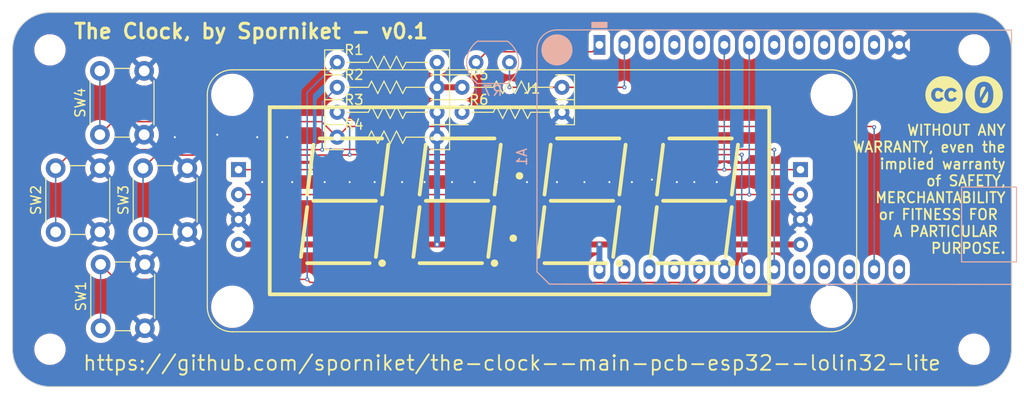
<source format=kicad_pcb>
(kicad_pcb (version 20221018) (generator pcbnew)
  (title_block (title "The clock — Main board for WEMOS Lolin32 Lite") (date "2023-11-19") (rev "v0.0.0-draft") (company "Sporniket") (comment 3 "https://github.com/sporniket/the-clock--main-pcb-esp32--lolin32-lite") (comment 4 "Original repository :"))
  (layers (0 "F.Cu" signal) (31 "B.Cu" signal) (34 "B.Paste" user) (35 "F.Paste" user) (36 "B.SilkS" user "B.Silkscreen") (37 "F.SilkS" user "F.Silkscreen") (38 "B.Mask" user) (39 "F.Mask" user) (44 "Edge.Cuts" user))
  (net 0 "")
  (net 1 "/AMBIENT_LIGHT")
  (net 2 "/AMBIENT_DARK")
  (net 6 "/SCL")
  (net 7 "/SDA")
  (net 13 "GND")
  (net 15 "VCC")
  (net 23 "/UP{slash}MENU")
  (net 24 "/LEFT{slash}-")
  (net 25 "/RIGHT{slash}+")
  (net 26 "/DOWN{slash}BACK")
  (footprint "Button_Switch_THT:SW_PUSH_6mm_H13mm" (layer "F.Cu") (at 59.69 63.246 90)
    (fp_text reference "SW4" (at 3.25 -2 90) (layer "F.SilkS"))
    (fp_text value "SW_Push")
    (fp_line (start -0.25 1.5) (end -0.25 3) (stroke (width 0.12)) (layer "F.SilkS"))
    (fp_line (start 1 5.5) (end 5.5 5.5) (stroke (width 0.12)) (layer "F.SilkS"))
    (fp_line (start 5.5 -1) (end 1 -1) (stroke (width 0.12)) (layer "F.SilkS"))
    (fp_line (start 6.75 3) (end 6.75 1.5) (stroke (width 0.12)) (layer "F.SilkS"))
    (pad "1" thru_hole circle (at 0 0 180) (size 2 2) (drill 1.1) (layers "*.Cu" "*.Mask") (net 23 "/UP{slash}MENU"))
    (pad "1" thru_hole circle (at 6.5 0 180) (size 2 2) (drill 1.1) (layers "*.Cu" "*.Mask") (net 23 "/UP{slash}MENU"))
    (pad "2" thru_hole circle (at 0 4.5 180) (size 2 2) (drill 1.1) (layers "*.Cu" "*.Mask") (net 13 "GND"))
    (pad "2" thru_hole circle (at 6.5 4.5 180) (size 2 2) (drill 1.1) (layers "*.Cu" "*.Mask") (net 13 "GND"))
  )
  (footprint "Button_Switch_THT:SW_PUSH_6mm_H13mm" (layer "F.Cu") (at 64.08 73.152 90)
    (fp_text reference "SW3" (at 3.25 -2 90) (layer "F.SilkS"))
    (fp_text value "SW_Push")
    (fp_line (start -0.25 1.5) (end -0.25 3) (stroke (width 0.12)) (layer "F.SilkS"))
    (fp_line (start 1 5.5) (end 5.5 5.5) (stroke (width 0.12)) (layer "F.SilkS"))
    (fp_line (start 5.5 -1) (end 1 -1) (stroke (width 0.12)) (layer "F.SilkS"))
    (fp_line (start 6.75 3) (end 6.75 1.5) (stroke (width 0.12)) (layer "F.SilkS"))
    (pad "1" thru_hole circle (at 0 0 180) (size 2 2) (drill 1.1) (layers "*.Cu" "*.Mask") (net 25 "/RIGHT{slash}+"))
    (pad "1" thru_hole circle (at 6.5 0 180) (size 2 2) (drill 1.1) (layers "*.Cu" "*.Mask") (net 25 "/RIGHT{slash}+"))
    (pad "2" thru_hole circle (at 0 4.5 180) (size 2 2) (drill 1.1) (layers "*.Cu" "*.Mask") (net 13 "GND"))
    (pad "2" thru_hole circle (at 6.5 4.5 180) (size 2 2) (drill 1.1) (layers "*.Cu" "*.Mask") (net 13 "GND"))
  )
  (footprint "MountingHole:MountingHole_2.7mm_M2.5" (layer "F.Cu") (at 54.61 85.09)
    (fp_text reference "H4")
    (fp_text value "M2.5")
    (pad "" np_thru_hole circle (at 0 0) (size 2.7 2.7) (drill 2.7) (layers "*.Cu" "*.Mask"))
  )
  (footprint "MountingHole:MountingHole_2.7mm_M2.5" (layer "F.Cu") (at 54.61 54.61)
    (fp_text reference "H1")
    (fp_text value "M2.5")
    (pad "" np_thru_hole circle (at 0 0) (size 2.7 2.7) (drill 2.7) (layers "*.Cu" "*.Mask"))
  )
  (footprint "Button_Switch_THT:SW_PUSH_6mm_H13mm" (layer "F.Cu") (at 55.19 73.152 90)
    (fp_text reference "SW2" (at 3.25 -2 90) (layer "F.SilkS"))
    (fp_text value "SW_Push")
    (fp_line (start -0.25 1.5) (end -0.25 3) (stroke (width 0.12)) (layer "F.SilkS"))
    (fp_line (start 1 5.5) (end 5.5 5.5) (stroke (width 0.12)) (layer "F.SilkS"))
    (fp_line (start 5.5 -1) (end 1 -1) (stroke (width 0.12)) (layer "F.SilkS"))
    (fp_line (start 6.75 3) (end 6.75 1.5) (stroke (width 0.12)) (layer "F.SilkS"))
    (pad "1" thru_hole circle (at 0 0 180) (size 2 2) (drill 1.1) (layers "*.Cu" "*.Mask") (net 24 "/LEFT{slash}-"))
    (pad "1" thru_hole circle (at 6.5 0 180) (size 2 2) (drill 1.1) (layers "*.Cu" "*.Mask") (net 24 "/LEFT{slash}-"))
    (pad "2" thru_hole circle (at 0 4.5 180) (size 2 2) (drill 1.1) (layers "*.Cu" "*.Mask") (net 13 "GND"))
    (pad "2" thru_hole circle (at 6.5 4.5 180) (size 2 2) (drill 1.1) (layers "*.Cu" "*.Mask") (net 13 "GND"))
  )
  (footprint "commons-passives_THT:Passive_THT_resistor_W2.54mm_L10.16mm" (layer "F.Cu") (at 101.6 58.42)
    (fp_text reference "R5" (at -4.445 -1.27) (layer "F.SilkS") (effects (justify left)))
    (fp_text value "5K1")
    (fp_line (start -6.35 -1.27) (end -4.445 -1.27) (stroke (width 0.12)) (layer "F.SilkS"))
    (fp_line (start -6.35 1.27) (end -6.35 -1.27) (stroke (width 0.12)) (layer "F.SilkS"))
    (fp_line (start -4.445 1.27) (end -6.35 1.27) (stroke (width 0.12)) (layer "F.SilkS"))
    (fp_line (start -4.1275 0) (end -1.905 0) (stroke (width 0.12)) (layer "F.SilkS"))
    (fp_line (start -1.905 0) (end -1.5875 -0.635) (stroke (width 0.12)) (layer "F.SilkS"))
    (fp_line (start -1.5875 -0.635) (end -0.9525 0.635) (stroke (width 0.12)) (layer "F.SilkS"))
    (fp_line (start -0.9525 0.635) (end -0.3175 -0.635) (stroke (width 0.12)) (layer "F.SilkS"))
    (fp_line (start -0.3175 -0.635) (end 0.3175 0.635) (stroke (width 0.12)) (layer "F.SilkS"))
    (fp_line (start 0.3175 0.635) (end 0.9525 -0.635) (stroke (width 0.12)) (layer "F.SilkS"))
    (fp_line (start 0.9525 -0.635) (end 1.5875 0.635) (stroke (width 0.12)) (layer "F.SilkS"))
    (fp_line (start 1.5875 0.635) (end 1.905 0) (stroke (width 0.12)) (layer "F.SilkS"))
    (fp_line (start 1.905 0) (end 4.1275 0) (stroke (width 0.12)) (layer "F.SilkS"))
    (fp_line (start 4.445 -1.27) (end 6.35 -1.27) (stroke (width 0.12)) (layer "F.SilkS"))
    (fp_line (start 6.35 -1.27) (end 6.35 1.27) (stroke (width 0.12)) (layer "F.SilkS"))
    (fp_line (start 6.35 1.27) (end 4.445 1.27) (stroke (width 0.12)) (layer "F.SilkS"))
    (pad "1" thru_hole circle (at -5.08 0) (size 1.524 1.524) (drill 0.762) (layers "*.Cu" "*.Mask") (net 15 "VCC"))
    (pad "2" thru_hole circle (at 5.08 0) (size 1.524 1.524) (drill 0.762) (layers "*.Cu" "*.Mask") (net 2 "/AMBIENT_DARK"))
  )
  (footprint "commons-passives_THT:Passive_THT_resistor_W2.54mm_L10.16mm" (layer "F.Cu") (at 88.9 58.42)
    (fp_text reference "R2" (at -4.445 -1.27) (layer "F.SilkS") (effects (justify left)))
    (fp_text value "5K1")
    (fp_line (start -6.35 -1.27) (end -4.445 -1.27) (stroke (width 0.12)) (layer "F.SilkS"))
    (fp_line (start -6.35 1.27) (end -6.35 -1.27) (stroke (width 0.12)) (layer "F.SilkS"))
    (fp_line (start -4.445 1.27) (end -6.35 1.27) (stroke (width 0.12)) (layer "F.SilkS"))
    (fp_line (start -4.1275 0) (end -1.905 0) (stroke (width 0.12)) (layer "F.SilkS"))
    (fp_line (start -1.905 0) (end -1.5875 -0.635) (stroke (width 0.12)) (layer "F.SilkS"))
    (fp_line (start -1.5875 -0.635) (end -0.9525 0.635) (stroke (width 0.12)) (layer "F.SilkS"))
    (fp_line (start -0.9525 0.635) (end -0.3175 -0.635) (stroke (width 0.12)) (layer "F.SilkS"))
    (fp_line (start -0.3175 -0.635) (end 0.3175 0.635) (stroke (width 0.12)) (layer "F.SilkS"))
    (fp_line (start 0.3175 0.635) (end 0.9525 -0.635) (stroke (width 0.12)) (layer "F.SilkS"))
    (fp_line (start 0.9525 -0.635) (end 1.5875 0.635) (stroke (width 0.12)) (layer "F.SilkS"))
    (fp_line (start 1.5875 0.635) (end 1.905 0) (stroke (width 0.12)) (layer "F.SilkS"))
    (fp_line (start 1.905 0) (end 4.1275 0) (stroke (width 0.12)) (layer "F.SilkS"))
    (fp_line (start 4.445 -1.27) (end 6.35 -1.27) (stroke (width 0.12)) (layer "F.SilkS"))
    (fp_line (start 6.35 -1.27) (end 6.35 1.27) (stroke (width 0.12)) (layer "F.SilkS"))
    (fp_line (start 6.35 1.27) (end 4.445 1.27) (stroke (width 0.12)) (layer "F.SilkS"))
    (pad "1" thru_hole circle (at -5.08 0) (size 1.524 1.524) (drill 0.762) (layers "*.Cu" "*.Mask") (net 24 "/LEFT{slash}-"))
    (pad "2" thru_hole circle (at 5.08 0) (size 1.524 1.524) (drill 0.762) (layers "*.Cu" "*.Mask") (net 15 "VCC"))
  )
  (footprint "assemblies_displays_modules:TM1637_7_segments_4_digits_clock_i2c" (layer "F.Cu") (at 103.632 69.977)
    (fp_text reference "J1" (at 0 -11.43 unlocked) (layer "F.SilkS"))
    (fp_text value "Conn_01x04")
    (fp_line (start -33.02 -10.795) (end -33.02 10.795) (stroke (width 0.12)) (layer "F.SilkS"))
    (fp_line (start -30.48 13.335) (end 30.48 13.335) (stroke (width 0.12)) (layer "F.SilkS"))
    (fp_line (start -23.495 5.715) (end -22.86 0.635) (stroke (width 0.381)) (layer "F.SilkS"))
    (fp_line (start -22.86 -0.635) (end -22.225 -5.715) (stroke (width 0.381)) (layer "F.SilkS"))
    (fp_line (start -22.86 6.35) (end -16.51 6.35) (stroke (width 0.381)) (layer "F.SilkS"))
    (fp_line (start -22.225 0) (end -15.875 0) (stroke (width 0.381)) (layer "F.SilkS"))
    (fp_line (start -21.59 -6.35) (end -15.24 -6.35) (stroke (width 0.381)) (layer "F.SilkS"))
    (fp_line (start -15.24 0.635) (end -15.875 5.715) (stroke (width 0.381)) (layer "F.SilkS"))
    (fp_line (start -14.605 -5.715) (end -15.24 -0.635) (stroke (width 0.381)) (layer "F.SilkS"))
    (fp_line (start -12.065 5.715) (end -11.43 0.635) (stroke (width 0.381)) (layer "F.SilkS"))
    (fp_line (start -11.43 -0.635) (end -10.795 -5.715) (stroke (width 0.381)) (layer "F.SilkS"))
    (fp_line (start -11.43 6.35) (end -5.08 6.35) (stroke (width 0.381)) (layer "F.SilkS"))
    (fp_line (start -10.795 0) (end -4.445 0) (stroke (width 0.381)) (layer "F.SilkS"))
    (fp_line (start -10.16 -6.35) (end -3.81 -6.35) (stroke (width 0.381)) (layer "F.SilkS"))
    (fp_line (start -3.81 0.635) (end -4.445 5.715) (stroke (width 0.381)) (layer "F.SilkS"))
    (fp_line (start -3.175 -5.715) (end -3.81 -0.635) (stroke (width 0.381)) (layer "F.SilkS"))
    (fp_line (start 0.635 5.715) (end 1.27 0.635) (stroke (width 0.381)) (layer "F.SilkS"))
    (fp_line (start 1.27 -0.635) (end 1.905 -5.715) (stroke (width 0.381)) (layer "F.SilkS"))
    (fp_line (start 1.27 6.35) (end 7.62 6.35) (stroke (width 0.381)) (layer "F.SilkS"))
    (fp_line (start 1.905 0) (end 8.255 0) (stroke (width 0.381)) (layer "F.SilkS"))
    (fp_line (start 2.54 -6.35) (end 8.89 -6.35) (stroke (width 0.381)) (layer "F.SilkS"))
    (fp_line (start 8.89 0.635) (end 8.255 5.715) (stroke (width 0.381)) (layer "F.SilkS"))
    (fp_line (start 9.525 -5.715) (end 8.89 -0.635) (stroke (width 0.381)) (layer "F.SilkS"))
    (fp_line (start 12.065 5.715) (end 12.7 0.635) (stroke (width 0.381)) (layer "F.SilkS"))
    (fp_line (start 12.7 -0.635) (end 13.335 -5.715) (stroke (width 0.381)) (layer "F.SilkS"))
    (fp_line (start 12.7 6.35) (end 19.05 6.35) (stroke (width 0.381)) (layer "F.SilkS"))
    (fp_line (start 13.335 0) (end 19.685 0) (stroke (width 0.381)) (layer "F.SilkS"))
    (fp_line (start 13.97 -6.35) (end 20.32 -6.35) (stroke (width 0.381)) (layer "F.SilkS"))
    (fp_line (start 20.32 0.635) (end 19.685 5.715) (stroke (width 0.381)) (layer "F.SilkS"))
    (fp_line (start 20.955 -5.715) (end 20.32 -0.635) (stroke (width 0.381)) (layer "F.SilkS"))
    (fp_line (start 30.48 -13.335) (end -30.48 -13.335) (stroke (width 0.12)) (layer "F.SilkS"))
    (fp_line (start 33.02 10.795) (end 33.02 -10.795) (stroke (width 0.12)) (layer "F.SilkS"))
    (fp_rect (start -26.67 -9.525) (end 24.13 9.525) (stroke (width 0.381)) (fill none) (layer "F.SilkS"))
    (fp_arc (start -33.02 -10.795) (mid -32.276051 -12.591051) (end -30.48 -13.335) (stroke (width 0.12)) (layer "F.SilkS"))
    (fp_arc (start -30.48 13.335) (mid -32.276051 12.591051) (end -33.02 10.795) (stroke (width 0.12)) (layer "F.SilkS"))
    (fp_arc (start 30.48 -13.335) (mid 32.276051 -12.591051) (end 33.02 -10.795) (stroke (width 0.12)) (layer "F.SilkS"))
    (fp_arc (start 33.02 10.795) (mid 32.276051 12.591051) (end 30.48 13.335) (stroke (width 0.12)) (layer "F.SilkS"))
    (fp_circle (center -15.24 6.35) (end -15.239999 6.35) (stroke (width 0.381)) (fill none) (layer "F.SilkS"))
    (fp_circle (center -3.810001 6.35) (end -3.81 6.35) (stroke (width 0.381)) (fill none) (layer "F.SilkS"))
    (fp_circle (center -1.905001 3.81) (end -1.905 3.81) (stroke (width 0.381)) (fill none) (layer "F.SilkS"))
    (fp_circle (center -1.270001 -2.54) (end -1.27 -2.54) (stroke (width 0.381)) (fill none) (layer "F.SilkS"))
    (fp_circle (center 8.889999 6.35) (end 8.89 6.35) (stroke (width 0.381)) (fill none) (layer "F.SilkS"))
    (fp_circle (center 20.319999 6.35) (end 20.32 6.35) (stroke (width 0.381)) (fill none) (layer "F.SilkS"))
    (pad "" np_thru_hole circle (at -30.48 -10.795) (size 3.81 3.81) (drill 3.81) (layers "F&B.Cu" "*.Mask"))
    (pad "" np_thru_hole circle (at -30.48 10.795) (size 3.81 3.81) (drill 3.81) (layers "F&B.Cu" "*.Mask"))
    (pad "" np_thru_hole circle (at 30.48 -10.795) (size 3.81 3.81) (drill 3.81) (layers "F&B.Cu" "*.Mask"))
    (pad "" np_thru_hole circle (at 30.48 10.795) (size 3.81 3.81) (drill 3.81) (layers "F&B.Cu" "*.Mask"))
    (pad "1" thru_hole rect (at -29.845 -3.175) (size 1.524 1.524) (drill 0.762) (layers "*.Cu" "*.Mask") (net 6 "/SCL"))
    (pad "1" thru_hole rect (at 27.305 -3.175) (size 1.524 1.524) (drill 0.762) (layers "*.Cu" "*.Mask") (net 6 "/SCL"))
    (pad "2" thru_hole circle (at -29.845 -0.635) (size 1.524 1.524) (drill 0.762) (layers "*.Cu" "*.Mask") (net 7 "/SDA"))
    (pad "2" thru_hole circle (at 27.305 -0.635) (size 1.524 1.524) (drill 0.762) (layers "*.Cu" "*.Mask") (net 7 "/SDA"))
    (pad "3" thru_hole circle (at -29.845 1.905) (size 1.524 1.524) (drill 0.762) (layers "*.Cu" "*.Mask") (net 13 "GND"))
    (pad "3" thru_hole circle (at 27.305 1.905) (size 1.524 1.524) (drill 0.762) (layers "*.Cu" "*.Mask") (net 13 "GND"))
    (pad "4" thru_hole circle (at -29.845 4.445) (size 1.524 1.524) (drill 0.762) (layers "*.Cu" "*.Mask") (net 15 "VCC"))
    (pad "4" thru_hole circle (at 27.305 4.445) (size 1.524 1.524) (drill 0.762) (layers "*.Cu" "*.Mask") (net 15 "VCC"))
  )
  (footprint "MountingHole:MountingHole_2.7mm_M2.5" (layer "F.Cu") (at 148.59 85.09)
    (fp_text reference "H3")
    (fp_text value "M2.5")
    (pad "" np_thru_hole circle (at 0 0) (size 2.7 2.7) (drill 2.7) (layers "*.Cu" "*.Mask"))
  )
  (footprint "Button_Switch_THT:SW_PUSH_6mm_H13mm" (layer "F.Cu") (at 59.762 82.954 90)
    (fp_text reference "SW1" (at 3.25 -2 90) (layer "F.SilkS"))
    (fp_text value "SW_Push")
    (fp_line (start -0.25 1.5) (end -0.25 3) (stroke (width 0.12)) (layer "F.SilkS"))
    (fp_line (start 1 5.5) (end 5.5 5.5) (stroke (width 0.12)) (layer "F.SilkS"))
    (fp_line (start 5.5 -1) (end 1 -1) (stroke (width 0.12)) (layer "F.SilkS"))
    (fp_line (start 6.75 3) (end 6.75 1.5) (stroke (width 0.12)) (layer "F.SilkS"))
    (pad "1" thru_hole circle (at 0 0 180) (size 2 2) (drill 1.1) (layers "*.Cu" "*.Mask") (net 26 "/DOWN{slash}BACK"))
    (pad "1" thru_hole circle (at 6.5 0 180) (size 2 2) (drill 1.1) (layers "*.Cu" "*.Mask") (net 26 "/DOWN{slash}BACK"))
    (pad "2" thru_hole circle (at 0 4.5 180) (size 2 2) (drill 1.1) (layers "*.Cu" "*.Mask") (net 13 "GND"))
    (pad "2" thru_hole circle (at 6.5 4.5 180) (size 2 2) (drill 1.1) (layers "*.Cu" "*.Mask") (net 13 "GND"))
  )
  (footprint "cliparts:logo--cc--cc" (layer "F.Cu") (at 145.542 59.182)
    (fp_text reference "G***" hide)
    (fp_text value "LOGO" hide)
    (fp_poly (pts (xy 0.181573 -1.88911) (xy 0.356543 -1.871074) (xy 0.516513 -1.837606) (xy 0.67123 -1.78662) (xy 0.830442 -1.716032) (xy 0.843643 -1.709487) (xy 1.070063 -1.576968) (xy 1.272256 -1.418939) (xy 1.448851 -1.23807) (xy 1.59848 -1.037032) (xy 1.719773 -0.818495) (xy 1.81136 -0.585129) (xy 1.871872 -0.339604) (xy 1.899941 -0.084591) (xy 1.894196 0.177239) (xy 1.878437 0.308429) (xy 1.853943 0.448409) (xy 1.825086 0.566605) (xy 1.787398 0.677514) (xy 1.736411 0.795637) (xy 1.71349 0.843643) (xy 1.594377 1.04822) (xy 1.445139 1.238044) (xy 1.270073 1.409836) (xy 1.073479 1.560318) (xy 0.859654 1.686213) (xy 0.632895 1.784243) (xy 0.397503 1.85113) (xy 0.390465 1.852598) (xy 0.274583 1.870164) (xy 0.137355 1.881003) (xy -0.009239 1.885001) (xy -0.153222 1.882044) (xy -0.282615 1.872018) (xy -0.362857 1.859794) (xy -0.608774 1.792389) (xy -0.84152 1.692819) (xy -1.058442 1.563648) (xy -1.256888 1.407438) (xy -1.434207 1.226752) (xy -1.587745 1.024153) (xy -1.714851 0.802205) (xy -1.812872 0.563469) (xy -1.855612 0.417286) (xy -1.881501 0.273424) (xy -1.894726 0.10788) (xy -1.895294 -0.034735) (xy -1.3212 -0.034735) (xy -1.318302 0.081038) (xy -1.290796 0.243029) (xy -1.237057 0.381658) (xy -1.155967 0.499747) (xy -1.150236 0.506209) (xy -1.04068 0.601841) (xy -0.911682 0.669965) (xy -0.768744 0.709424) (xy -0.617371 0.719062) (xy -0.463063 0.697722) (xy -0.371906 0.669772) (xy -0.295824 0.634434) (xy -0.224288 0.584414) (xy -0.149678 0.515804) (xy -0.098676 0.46176) (xy -0.05957 0.414453) (xy -0.038389 0.381431) (xy -0.036285 0.373837) (xy -0.052325 0.350606) (xy -0.096884 0.318213) (xy -0.164235 0.280736) (xy -0.292185 0.216302) (xy -0.368342 0.299837) (xy -0.428999 0.357355) (xy -0.486889 0.390111) (xy -0.522838 0.400697) (xy -0.618426 0.407074) (xy -0.70938 0.386575) (xy -0.783917 0.342107) (xy -0.792298 0.334209) (xy -0.846678 0.256777) (xy -0.883244 0.157152) (xy -0.901671 0.044798) (xy -0.901658 -0.000564) (xy 0.021925 -0.000564) (xy 0.032819 0.147536) (xy 0.067865 0.289005) (xy 0.127017 0.417388) (xy 0.210228 0.526226) (xy 0.228506 0.543934) (xy 0.349757 0.631795) (xy 0.487782 0.69001) (xy 0.637194 0.717665) (xy 0.792606 0.713848) (xy 0.948631 0.677644) (xy 0.970666 0.669772) (xy 1.046747 0.634434) (xy 1.118283 0.584414) (xy 1.192893 0.515804) (xy 1.243904 0.46171) (xy 1.283013 0.414289) (xy 1.304188 0.381114) (xy 1.306286 0.37346) (xy 1.29179 0.351835) (xy 1.254093 0.323517) (xy 1.201883 0.292771) (xy 1.143849 0.263861) (xy 1.088679 0.241053) (xy 1.04506 0.22861) (xy 1.021681 0.230797) (xy 1.02029 0.23308) (xy 1.003623 0.261215) (xy 0.972063 0.302343) (xy 0.959106 0.317537) (xy 0.886365 0.374553) (xy 0.797859 0.403743) (xy 0.702027 0.404313) (xy 0.607307 0.375471) (xy 0.569508 0.354149) (xy 0.517338 0.300429) (xy 0.476897 0.220085) (xy 0.449855 0.121353) (xy 0.43788 0.012473) (xy 0.442643 -0.098318) (xy 0.460246 -0.18494) (xy 0.503984 -0.281315) (xy 0.567876 -0.351762) (xy 0.645923 -0.394996) (xy 0.732128 -0.409727) (xy 0.820491 -0.394669) (xy 0.905013 -0.348535) (xy 0.962346 -0.292681) (xy 1.016645 -0.226807) (xy 1.156522 -0.30268) (xy 1.219954 -0.338556) (xy 1.269762 -0.369494) (xy 1.298243 -0.390592) (xy 1.301968 -0.395261) (xy 1.293807 -0.420456) (xy 1.263689 -0.46093) (xy 1.218455 -0.509885) (xy 1.164944 -0.560519) (xy 1.109995 -0.606035) (xy 1.060447 -0.639631) (xy 1.0511 -0.644672) (xy 0.911788 -0.696839) (xy 0.763841 -0.719532) (xy 0.614253 -0.713716) (xy 0.470018 -0.680356) (xy 0.338131 -0.620416) (xy 0.225585 -0.534862) (xy 0.220802 -0.530141) (xy 0.134623 -0.420083) (xy 0.072781 -0.29083) (xy 0.035231 -0.148838) (xy 0.021925 -0.000564) (xy -0.901658 -0.000564) (xy -0.901636 -0.070823) (xy -0.882815 -0.180246) (xy -0.844886 -0.274009) (xy -0.814547 -0.31687) (xy -0.740947 -0.375776) (xy -0.655247 -0.404356) (xy -0.56465 -0.403011) (xy -0.476356 -0.372142) (xy -0.397567 -0.31215) (xy -0.380225 -0.292681) (xy -0.325926 -0.226807) (xy -0.186049 -0.30268) (xy -0.12248 -0.338813) (xy -0.072453 -0.370357) (xy -0.043729 -0.392287) (xy -0.039923 -0.397301) (xy -0.048117 -0.422599) (xy -0.078488 -0.462977) (xy -0.124195 -0.511726) (xy -0.178395 -0.562141) (xy -0.234249 -0.607514) (xy -0.284915 -0.641138) (xy -0.293064 -0.645479) (xy -0.421737 -0.692962) (xy -0.565556 -0.716327) (xy -0.713429 -0.715426) (xy -0.854269 -0.690113) (xy -0.950387 -0.654165) (xy -1.074292 -0.574791) (xy -1.175104 -0.469605) (xy -1.251046 -0.342163) (xy -1.300338 -0.196021) (xy -1.3212 -0.034735) (xy -1.895294 -0.034735) (xy -1.895423 -0.067078) (xy -1.88373 -0.239179) (xy -1.859785 -0.396155) (xy -1.845815 -0.455728) (xy -1.767541 -0.692448) (xy -1.662289 -0.910967) (xy -1.527044 -1.11655) (xy -1.358789 -1.31446) (xy -1.346304 -1.327531) (xy -1.160235 -1.500286) (xy -0.964759 -1.639929) (xy -0.75504 -1.749348) (xy -0.526241 -1.831427) (xy -0.480631 -1.844059) (xy -0.402317 -1.863556) (xy -0.332789 -1.877142) (xy -0.261944 -1.885903) (xy -0.17968 -1.890926) (xy -0.075895 -1.893297) (xy -0.018143 -1.893796) (xy 0.181573 -1.88911)) (stroke (width 0.01)) (fill solid) (layer "F.SilkS"))
  )
  (footprint "commons-passives_THT:Passive_THT_resistor_W2.54mm_L10.16mm" (layer "F.Cu") (at 88.9 60.96)
    (fp_text reference "R3" (at -4.445 -1.27) (layer "F.SilkS") (effects (justify left)))
    (fp_text value "5K1")
    (fp_line (start -6.35 -1.27) (end -4.445 -1.27) (stroke (width 0.12)) (layer "F.SilkS"))
    (fp_line (start -6.35 1.27) (end -6.35 -1.27) (stroke (width 0.12)) (layer "F.SilkS"))
    (fp_line (start -4.445 1.27) (end -6.35 1.27) (stroke (width 0.12)) (layer "F.SilkS"))
    (fp_line (start -4.1275 0) (end -1.905 0) (stroke (width 0.12)) (layer "F.SilkS"))
    (fp_line (start -1.905 0) (end -1.5875 -0.635) (stroke (width 0.12)) (layer "F.SilkS"))
    (fp_line (start -1.5875 -0.635) (end -0.9525 0.635) (stroke (width 0.12)) (layer "F.SilkS"))
    (fp_line (start -0.9525 0.635) (end -0.3175 -0.635) (stroke (width 0.12)) (layer "F.SilkS"))
    (fp_line (start -0.3175 -0.635) (end 0.3175 0.635) (stroke (width 0.12)) (layer "F.SilkS"))
    (fp_line (start 0.3175 0.635) (end 0.9525 -0.635) (stroke (width 0.12)) (layer "F.SilkS"))
    (fp_line (start 0.9525 -0.635) (end 1.5875 0.635) (stroke (width 0.12)) (layer "F.SilkS"))
    (fp_line (start 1.5875 0.635) (end 1.905 0) (stroke (width 0.12)) (layer "F.SilkS"))
    (fp_line (start 1.905 0) (end 4.1275 0) (stroke (width 0.12)) (layer "F.SilkS"))
    (fp_line (start 4.445 -1.27) (end 6.35 -1.27) (stroke (width 0.12)) (layer "F.SilkS"))
    (fp_line (start 6.35 -1.27) (end 6.35 1.27) (stroke (width 0.12)) (layer "F.SilkS"))
    (fp_line (start 6.35 1.27) (end 4.445 1.27) (stroke (width 0.12)) (layer "F.SilkS"))
    (pad "1" thru_hole circle (at -5.08 0) (size 1.524 1.524) (drill 0.762) (layers "*.Cu" "*.Mask") (net 25 "/RIGHT{slash}+"))
    (pad "2" thru_hole circle (at 5.08 0) (size 1.524 1.524) (drill 0.762) (layers "*.Cu" "*.Mask") (net 15 "VCC"))
  )
  (footprint "commons-passives_THT:Passive_THT_resistor_W2.54mm_L10.16mm" (layer "F.Cu") (at 88.9 63.5)
    (fp_text reference "R4" (at -4.445 -1.27) (layer "F.SilkS") (effects (justify left)))
    (fp_text value "5K1")
    (fp_line (start -6.35 -1.27) (end -4.445 -1.27) (stroke (width 0.12)) (layer "F.SilkS"))
    (fp_line (start -6.35 1.27) (end -6.35 -1.27) (stroke (width 0.12)) (layer "F.SilkS"))
    (fp_line (start -4.445 1.27) (end -6.35 1.27) (stroke (width 0.12)) (layer "F.SilkS"))
    (fp_line (start -4.1275 0) (end -1.905 0) (stroke (width 0.12)) (layer "F.SilkS"))
    (fp_line (start -1.905 0) (end -1.5875 -0.635) (stroke (width 0.12)) (layer "F.SilkS"))
    (fp_line (start -1.5875 -0.635) (end -0.9525 0.635) (stroke (width 0.12)) (layer "F.SilkS"))
    (fp_line (start -0.9525 0.635) (end -0.3175 -0.635) (stroke (width 0.12)) (layer "F.SilkS"))
    (fp_line (start -0.3175 -0.635) (end 0.3175 0.635) (stroke (width 0.12)) (layer "F.SilkS"))
    (fp_line (start 0.3175 0.635) (end 0.9525 -0.635) (stroke (width 0.12)) (layer "F.SilkS"))
    (fp_line (start 0.9525 -0.635) (end 1.5875 0.635) (stroke (width 0.12)) (layer "F.SilkS"))
    (fp_line (start 1.5875 0.635) (end 1.905 0) (stroke (width 0.12)) (layer "F.SilkS"))
    (fp_line (start 1.905 0) (end 4.1275 0) (stroke (width 0.12)) (layer "F.SilkS"))
    (fp_line (start 4.445 -1.27) (end 6.35 -1.27) (stroke (width 0.12)) (layer "F.SilkS"))
    (fp_line (start 6.35 -1.27) (end 6.35 1.27) (stroke (width 0.12)) (layer "F.SilkS"))
    (fp_line (start 6.35 1.27) (end 4.445 1.27) (stroke (width 0.12)) (layer "F.SilkS"))
    (pad "1" thru_hole circle (at -5.08 0) (size 1.524 1.524) (drill 0.762) (layers "*.Cu" "*.Mask") (net 23 "/UP{slash}MENU"))
    (pad "2" thru_hole circle (at 5.08 0) (size 1.524 1.524) (drill 0.762) (layers "*.Cu" "*.Mask") (net 15 "VCC"))
  )
  (footprint "MountingHole:MountingHole_2.7mm_M2.5" (layer "F.Cu") (at 148.59 54.61)
    (fp_text reference "H2")
    (fp_text value "M2.5")
    (pad "" np_thru_hole circle (at 0 0) (size 2.7 2.7) (drill 2.7) (layers "*.Cu" "*.Mask"))
  )
  (footprint "commons-passives_THT:Passive_THT_resistor_W2.54mm_L10.16mm" (layer "F.Cu") (at 101.6 60.96)
    (fp_text reference "R6" (at -4.445 -1.27) (layer "F.SilkS") (effects (justify left)))
    (fp_text value "5K1")
    (fp_line (start -6.35 -1.27) (end -4.445 -1.27) (stroke (width 0.12)) (layer "F.SilkS"))
    (fp_line (start -6.35 1.27) (end -6.35 -1.27) (stroke (width 0.12)) (layer "F.SilkS"))
    (fp_line (start -4.445 1.27) (end -6.35 1.27) (stroke (width 0.12)) (layer "F.SilkS"))
    (fp_line (start -4.1275 0) (end -1.905 0) (stroke (width 0.12)) (layer "F.SilkS"))
    (fp_line (start -1.905 0) (end -1.5875 -0.635) (stroke (width 0.12)) (layer "F.SilkS"))
    (fp_line (start -1.5875 -0.635) (end -0.9525 0.635) (stroke (width 0.12)) (layer "F.SilkS"))
    (fp_line (start -0.9525 0.635) (end -0.3175 -0.635) (stroke (width 0.12)) (layer "F.SilkS"))
    (fp_line (start -0.3175 -0.635) (end 0.3175 0.635) (stroke (width 0.12)) (layer "F.SilkS"))
    (fp_line (start 0.3175 0.635) (end 0.9525 -0.635) (stroke (width 0.12)) (layer "F.SilkS"))
    (fp_line (start 0.9525 -0.635) (end 1.5875 0.635) (stroke (width 0.12)) (layer "F.SilkS"))
    (fp_line (start 1.5875 0.635) (end 1.905 0) (stroke (width 0.12)) (layer "F.SilkS"))
    (fp_line (start 1.905 0) (end 4.1275 0) (stroke (width 0.12)) (layer "F.SilkS"))
    (fp_line (start 4.445 -1.27) (end 6.35 -1.27) (stroke (width 0.12)) (layer "F.SilkS"))
    (fp_line (start 6.35 -1.27) (end 6.35 1.27) (stroke (width 0.12)) (layer "F.SilkS"))
    (fp_line (start 6.35 1.27) (end 4.445 1.27) (stroke (width 0.12)) (layer "F.SilkS"))
    (pad "1" thru_hole circle (at -5.08 0) (size 1.524 1.524) (drill 0.762) (layers "*.Cu" "*.Mask") (net 1 "/AMBIENT_LIGHT"))
    (pad "2" thru_hole circle (at 5.08 0) (size 1.524 1.524) (drill 0.762) (layers "*.Cu" "*.Mask") (net 13 "GND"))
  )
  (footprint "cliparts:logo--cc--zero" (layer "F.Cu") (at 149.606 59.182)
    (fp_text reference "G***" hide)
    (fp_text value "LOGO" hide)
    (fp_poly (pts (xy 0.057321 -0.830424) (xy 0.083463 -0.820686) (xy 0.117309 -0.780814) (xy 0.137478 -0.725549) (xy 0.137747 -0.680571) (xy 0.127503 -0.657424) (xy 0.102603 -0.607525) (xy 0.06567 -0.535781) (xy 0.019328 -0.447098) (xy -0.033802 -0.346382) (xy -0.091097 -0.238539) (xy -0.149934 -0.128475) (xy -0.20769 -0.021096) (xy -0.261742 0.07869) (xy -0.309468 0.165979) (xy -0.348245 0.235863) (xy -0.375451 0.283438) (xy -0.388462 0.303795) (xy -0.388486 0.30382) (xy -0.393459 0.290764) (xy -0.400181 0.249603) (xy -0.407406 0.188391) (xy -0.40931 0.169171) (xy -0.413139 0.092066) (xy -0.413075 -0.007241) (xy -0.409332 -0.114899) (xy -0.403675 -0.199571) (xy -0.382038 -0.376288) (xy -0.349163 -0.520517) (xy -0.304017 -0.634591) (xy -0.245569 -0.720841) (xy -0.172787 -0.781601) (xy -0.138177 -0.799862) (xy -0.070544 -0.82254) (xy -0.001027 -0.833136) (xy 0.057321 -0.830424)) (stroke (width 0.01)) (fill solid) (layer "F.SilkS"))
    (fp_poly (pts (xy 0.383764 -0.357274) (xy 0.393353 -0.321778) (xy 0.40108 -0.257806) (xy 0.406723 -0.173131) (xy 0.41006 -0.075525) (xy 0.410869 0.027239) (xy 0.408929 0.127388) (xy 0.404016 0.217149) (xy 0.401074 0.249312) (xy 0.3739 0.425253) (xy 0.333003 0.568124) (xy 0.278198 0.678521) (xy 0.261348 0.702372) (xy 0.190452 0.769059) (xy 0.101924 0.813267) (xy 0.00607 0.831874) (xy -0.086801 0.82176) (xy -0.108484 0.814324) (xy -0.177149 0.773742) (xy -0.212652 0.720491) (xy -0.217714 0.686685) (xy -0.209228 0.658752) (xy -0.185436 0.606283) (xy -0.14884 0.53362) (xy -0.101939 0.445101) (xy -0.047235 0.345066) (xy 0.012774 0.237856) (xy 0.075585 0.12781) (xy 0.138699 0.019269) (xy 0.199616 -0.083428) (xy 0.255834 -0.175941) (xy 0.304853 -0.253931) (xy 0.344174 -0.313056) (xy 0.371295 -0.348978) (xy 0.383716 -0.357356) (xy 0.383764 -0.357274)) (stroke (width 0.01)) (fill solid) (layer "F.SilkS"))
    (fp_poly (pts (xy 0.165523 -1.89717) (xy 0.419686 -1.859637) (xy 0.664181 -1.787833) (xy 0.896761 -1.682579) (xy 1.115182 -1.544698) (xy 1.304474 -1.38712) (xy 1.481837 -1.195152) (xy 1.631406 -0.981221) (xy 1.750897 -0.749165) (xy 1.838026 -0.502822) (xy 1.844128 -0.480359) (xy 1.863624 -0.401998) (xy 1.877214 -0.332288) (xy 1.885988 -0.26112) (xy 1.891036 -0.178383) (xy 1.893449 -0.073966) (xy 1.893958 -0.018143) (xy 1.893143 0.121119) (xy 1.888203 0.233522) (xy 1.878477 0.32833) (xy 1.8633 0.414805) (xy 1.862771 0.417286) (xy 1.792249 0.662677) (xy 1.689954 0.891356) (xy 1.557011 1.101922) (xy 1.394546 1.292972) (xy 1.203684 1.463102) (xy 0.985551 1.61091) (xy 0.843643 1.687511) (xy 0.704335 1.75318) (xy 0.582976 1.801925) (xy 0.469017 1.836271) (xy 0.351906 1.858744) (xy 0.221093 1.871867) (xy 0.066027 1.878168) (xy 0.045357 1.878584) (xy -0.057047 1.87988) (xy -0.149573 1.879943) (xy -0.22482 1.878851) (xy -0.275389 1.876683) (xy -0.290286 1.875007) (xy -0.554392 1.807678) (xy -0.795148 1.713832) (xy -1.015524 1.591928) (xy -1.218493 1.440426) (xy -1.333868 1.333968) (xy -1.511617 1.132692) (xy -1.657864 0.913606) (xy -1.77222 0.677378) (xy -1.84672 0.45378) (xy -1.865359 0.379667) (xy -1.878292 0.31352) (xy -1.886515 0.245572) (xy -1.891027 0.166054) (xy -1.892822 0.065197) (xy -1.892977 0.011949) (xy -0.962263 0.011949) (xy -0.952186 0.225626) (xy -0.922519 0.434426) (xy -0.872812 0.63303) (xy -0.802618 0.816122) (xy -0.796966 0.828134) (xy -0.702488 0.988993) (xy -0.587229 1.120459) (xy -0.45277 1.221717) (xy -0.300691 1.29195) (xy -0.132571 1.330343) (xy 0.050008 1.33608) (xy 0.163286 1.323908) (xy 0.326889 1.280535) (xy 0.476659 1.204962) (xy 0.609024 1.099792) (xy 0.720412 0.967631) (xy 0.774855 0.878033) (xy 0.844141 0.718825) (xy 0.897988 0.533618) (xy 0.935244 0.329766) (xy 0.954756 0.114625) (xy 0.955373 -0.104449) (xy 0.947333 -0.222973) (xy 0.912947 -0.464304) (xy 0.858093 -0.676541) (xy 0.782907 -0.859426) (xy 0.687524 -1.0127) (xy 0.57208 -1.136105) (xy 0.436711 -1.229384) (xy 0.411082 -1.242542) (xy 0.249752 -1.303406) (xy 0.082219 -1.333412) (xy -0.086049 -1.333434) (xy -0.249586 -1.304349) (xy -0.402924 -1.247033) (xy -0.540596 -1.16236) (xy -0.636437 -1.074798) (xy -0.734485 -0.943512) (xy -0.815634 -0.785201) (xy -0.879434 -0.605182) (xy -0.925439 -0.408773) (xy -0.953198 -0.20129) (xy -0.962263 0.011949) (xy -1.892977 0.011949) (xy -1.893012 0) (xy -1.892259 -0.115871) (xy -1.889329 -0.205279) (xy -1.883215 -0.278029) (xy -1.87291 -0.343923) (xy -1.857409 -0.412765) (xy -1.846226 -0.455728) (xy -1.765836 -0.697077) (xy -1.658279 -0.918824) (xy -1.520588 -1.126164) (xy -1.350311 -1.323756) (xy -1.159879 -1.500692) (xy -0.961487 -1.643312) (xy -0.751606 -1.753235) (xy -0.526709 -1.832081) (xy -0.283267 -1.88147) (xy -0.096062 -1.899611) (xy 0.165523 -1.89717)) (stroke (width 0.01)) (fill solid) (layer "F.SilkS"))
  )
  (footprint "commons-passives_THT:Passive_THT_resistor_W2.54mm_L10.16mm" (layer "F.Cu") (at 88.9 55.88)
    (fp_text reference "R1" (at -4.445 -1.27) (layer "F.SilkS") (effects (justify left)))
    (fp_text value "5K1")
    (fp_line (start -6.35 -1.27) (end -4.445 -1.27) (stroke (width 0.12)) (layer "F.SilkS"))
    (fp_line (start -6.35 1.27) (end -6.35 -1.27) (stroke (width 0.12)) (layer "F.SilkS"))
    (fp_line (start -4.445 1.27) (end -6.35 1.27) (stroke (width 0.12)) (layer "F.SilkS"))
    (fp_line (start -4.1275 0) (end -1.905 0) (stroke (width 0.12)) (layer "F.SilkS"))
    (fp_line (start -1.905 0) (end -1.5875 -0.635) (stroke (width 0.12)) (layer "F.SilkS"))
    (fp_line (start -1.5875 -0.635) (end -0.9525 0.635) (stroke (width 0.12)) (layer "F.SilkS"))
    (fp_line (start -0.9525 0.635) (end -0.3175 -0.635) (stroke (width 0.12)) (layer "F.SilkS"))
    (fp_line (start -0.3175 -0.635) (end 0.3175 0.635) (stroke (width 0.12)) (layer "F.SilkS"))
    (fp_line (start 0.3175 0.635) (end 0.9525 -0.635) (stroke (width 0.12)) (layer "F.SilkS"))
    (fp_line (start 0.9525 -0.635) (end 1.5875 0.635) (stroke (width 0.12)) (layer "F.SilkS"))
    (fp_line (start 1.5875 0.635) (end 1.905 0) (stroke (width 0.12)) (layer "F.SilkS"))
    (fp_line (start 1.905 0) (end 4.1275 0) (stroke (width 0.12)) (layer "F.SilkS"))
    (fp_line (start 4.445 -1.27) (end 6.35 -1.27) (stroke (width 0.12)) (layer "F.SilkS"))
    (fp_line (start 6.35 -1.27) (end 6.35 1.27) (stroke (width 0.12)) (layer "F.SilkS"))
    (fp_line (start 6.35 1.27) (end 4.445 1.27) (stroke (width 0.12)) (layer "F.SilkS"))
    (pad "1" thru_hole circle (at -5.08 0) (size 1.524 1.524) (drill 0.762) (layers "*.Cu" "*.Mask") (net 26 "/DOWN{slash}BACK"))
    (pad "2" thru_hole circle (at 5.08 0) (size 1.524 1.524) (drill 0.762) (layers "*.Cu" "*.Mask") (net 15 "VCC"))
  )
  (footprint "assemblies_uc_boards:DIP-26_900_WEMOS_LOLIN32_LITE" (layer "B.Cu") (at 125.73 65.532)
    (fp_text reference "A1" (at -23.114 0 90) (layer "B.SilkS") (effects (justify mirror)))
    (fp_text value "WEMOS_LOLIN32_LITE_PHY")
    (fp_line (start -21.59 11.684) (end -21.59 -10.922) (stroke (width 0.12)) (layer "B.SilkS"))
    (fp_line (start -21.59 11.684) (end -20.32 12.93) (stroke (width 0.12)) (layer "B.SilkS"))
    (fp_line (start -19.558 -12.954) (end 26.67 -12.93) (stroke (width 0.12)) (layer "B.SilkS"))
    (fp_line (start 26.67 -12.93) (end 26.67 12.954) (stroke (width 0.12)) (layer "B.SilkS"))
    (fp_line (start 26.67 12.954) (end -20.32 12.93) (stroke (width 0.12)) (layer "B.SilkS"))
    (fp_rect (start -16.002 -13.208) (end -14.478 -13.716) (stroke (width 0.12)) (fill solid) (layer "B.SilkS"))
    (fp_rect (start 27.178 10.668) (end 21.59 3.048) (stroke (width 0.12)) (fill none) (layer "B.SilkS"))
    (fp_arc (start -21.59 -10.922) (mid -20.994841 -12.358841) (end -19.558 -12.954) (stroke (width 0.12)) (layer "B.SilkS"))
    (fp_circle (center -19.558 -10.922) (end -18.034 -10.922) (stroke (width 0.12)) (fill solid) (layer "B.SilkS"))
    (pad "1" thru_hole rect (at -15.24 -11.43) (size 1.2 2) (drill 0.8) (layers "*.Cu" "*.Mask") (net 1 "/AMBIENT_LIGHT"))
    (pad "2" thru_hole oval (at -12.7 -11.43) (size 1.2 2) (drill 0.8) (layers "*.Cu" "*.Mask") (net 2 "/AMBIENT_DARK"))
    (pad "3" thru_hole oval (at -10.16 -11.43) (size 1.2 2) (drill 0.8) (layers "*.Cu" "*.Mask"))
    (pad "4" thru_hole oval (at -7.62 -11.43) (size 1.2 2) (drill 0.8) (layers "*.Cu" "*.Mask"))
    (pad "5" thru_hole oval (at -5.08 -11.43) (size 1.2 2) (drill 0.8) (layers "*.Cu" "*.Mask"))
    (pad "6" thru_hole oval (at -2.54 -11.43) (size 1.2 2) (drill 0.8) (layers "*.Cu" "*.Mask") (net 6 "/SCL"))
    (pad "7" thru_hole oval (at 0 -11.43) (size 1.2 2) (drill 0.8) (layers "*.Cu" "*.Mask") (net 7 "/SDA"))
    (pad "8" thru_hole oval (at 2.54 -11.43) (size 1.2 2) (drill 0.8) (layers "*.Cu" "*.Mask"))
    (pad "9" thru_hole oval (at 5.08 -11.43) (size 1.2 2) (drill 0.8) (layers "*.Cu" "*.Mask"))
    (pad "10" thru_hole oval (at 7.62 -11.43) (size 1.2 2) (drill 0.8) (layers "*.Cu" "*.Mask"))
    (pad "11" thru_hole oval (at 10.16 -11.43) (size 1.2 2) (drill 0.8) (layers "*.Cu" "*.Mask"))
    (pad "12" thru_hole oval (at 12.7 -11.43) (size 1.2 2) (drill 0.8) (layers "*.Cu" "*.Mask"))
    (pad "13" thru_hole oval (at 15.24 -11.43) (size 1.2 2) (drill 0.8) (layers "*.Cu" "*.Mask") (net 13 "GND"))
    (pad "14" thru_hole oval (at 15.24 11.43) (size 1.2 2) (drill 0.8) (layers "*.Cu" "*.Mask"))
    (pad "15" thru_hole oval (at 12.7 11.43) (size 1.2 2) (drill 0.8) (layers "*.Cu" "*.Mask") (net 23 "/UP{slash}MENU"))
    (pad "16" thru_hole oval (at 10.16 11.43) (size 1.2 2) (drill 0.8) (layers "*.Cu" "*.Mask"))
    (pad "17" thru_hole oval (at 7.62 11.43) (size 1.2 2) (drill 0.8) (layers "*.Cu" "*.Mask"))
    (pad "18" thru_hole oval (at 5.08 11.43) (size 1.2 2) (drill 0.8) (layers "*.Cu" "*.Mask"))
    (pad "19" thru_hole oval (at 2.54 11.43) (size 1.2 2) (drill 0.8) (layers "*.Cu" "*.Mask") (net 24 "/LEFT{slash}-"))
    (pad "20" thru_hole oval (at 0 11.43) (size 1.2 2) (drill 0.8) (layers "*.Cu" "*.Mask") (net 25 "/RIGHT{slash}+"))
    (pad "21" thru_hole oval (at -2.54 11.43) (size 1.2 2) (drill 0.8) (layers "*.Cu" "*.Mask"))
    (pad "22" thru_hole oval (at -5.08 11.43) (size 1.2 2) (drill 0.8) (layers "*.Cu" "*.Mask") (net 26 "/DOWN{slash}BACK"))
    (pad "23" thru_hole oval (at -7.62 11.43) (size 1.2 2) (drill 0.8) (layers "*.Cu" "*.Mask"))
    (pad "24" thru_hole oval (at -10.16 11.43) (size 1.2 2) (drill 0.8) (layers "*.Cu" "*.Mask"))
    (pad "25" thru_hole oval (at -12.7 11.43) (size 1.2 2) (drill 0.8) (layers "*.Cu" "*.Mask"))
    (pad "26" thru_hole oval (at -15.24 11.43) (size 1.2 2) (drill 0.8) (layers "*.Cu" "*.Mask") (net 15 "VCC"))
  )
  (footprint "OptoDevice:R_LDR_5.1x4.3mm_P3.4mm_Vertical" (layer "B.Cu") (at 97.946 55.88)
    (fp_text reference "R7" (at 1.7 2.9) (layer "B.SilkS") (effects (justify mirror)))
    (fp_text value "LDR07")
    (fp_line (start 0.15 -2.15) (end 3.2 -2.15) (stroke (width 0.12)) (layer "B.SilkS"))
    (fp_line (start 0.15 2.15) (end 3.2 2.15) (stroke (width 0.12)) (layer "B.SilkS"))
    (fp_arc (start 0.171766 2.165525) (mid -0.950438 0.013368) (end 0.15 -2.15) (stroke (width 0.12)) (layer "B.SilkS"))
    (fp_arc (start 3.244513 -2.118249) (mid 4.321403 0.027338) (end 3.2 2.15) (stroke (width 0.12)) (layer "B.SilkS"))
    (pad "1" thru_hole circle (at 0 0) (size 1.5 1.5) (drill 0.8) (layers "*.Cu" "*.Mask") (net 1 "/AMBIENT_LIGHT"))
    (pad "2" thru_hole circle (at 3.4 0) (size 1.5 1.5) (drill 0.8) (layers "*.Cu" "*.Mask") (net 2 "/AMBIENT_DARK"))
  )
  (gr_arc (start 54.61 88.9) (mid 51.915923 87.784077) (end 50.8 85.09) (stroke (width 0.1)) (layer "Edge.Cuts"))
  (gr_arc (start 50.8 54.61) (mid 51.915923 51.915923) (end 54.61 50.8) (stroke (width 0.1)) (layer "Edge.Cuts"))
  (gr_line (start 50.8 54.61) (end 50.8 85.09) (stroke (width 0.1)) (layer "Edge.Cuts"))
  (gr_line (start 152.4 85.09) (end 152.4 54.61) (stroke (width 0.1)) (layer "Edge.Cuts"))
  (gr_arc (start 148.59 50.8) (mid 151.284077 51.915923) (end 152.4 54.61) (stroke (width 0.1)) (layer "Edge.Cuts"))
  (gr_line (start 148.59 50.8) (end 54.61 50.8) (stroke (width 0.1)) (layer "Edge.Cuts"))
  (gr_arc (start 152.4 85.09) (mid 151.284077 87.784077) (end 148.59 88.9) (stroke (width 0.1)) (layer "Edge.Cuts"))
  (gr_line (start 54.61 88.9) (end 148.59 88.9) (stroke (width 0.1)) (layer "Edge.Cuts"))
  (gr_text "https://github.com/sporniket/the-clock--main-pcb-esp32--lolin32-lite" (at 101.6 87.376) (layer "F.SilkS") (effects (font (size 1.5 1.5) (thickness 0.1875)) (justify bottom)))
  (gr_text "The Clock, by Sporniket - v0.1" (at 56.896 53.594) (layer "F.SilkS") (effects (font (size 1.5 1.5) (thickness 0.3) bold) (justify left bottom)))
  (gr_text "WITHOUT ANY\nWARRANTY, even the\nimplied warranty\nof SAFETY,\nMERCHANTABILITY\nor FITNESS FOR \nA PARTICULAR \nPURPOSE." (at 151.892 75.438) (layer "F.SilkS") (effects (font (size 1.0668 1.016) (thickness 0.1778) bold) (justify right bottom)))
  (segment (start 109.7922 54.7998) (end 110.49 54.102) (width 0.1524) (layer "F.Cu") (net 1))
  (segment (start 97.946 55.88) (end 99.0262 54.7998) (width 0.1524) (layer "F.Cu") (net 1))
  (segment (start 99.0262 54.7998) (end 109.7922 54.7998) (width 0.1524) (layer "F.Cu") (net 1))
  (segment (start 97.946 59.534) (end 96.52 60.96) (width 0.1524) (layer "B.Cu") (net 1))
  (segment (start 97.946 55.88) (end 97.946 59.534) (width 0.1524) (layer "B.Cu") (net 1))
  (segment (start 106.68 58.42) (end 103.886 58.42) (width 0.1524) (layer "F.Cu") (net 2))
  (segment (start 106.68 58.42) (end 113.03 58.42) (width 0.1524) (layer "F.Cu") (net 2))
  (segment (start 101.346 58.42) (end 106.68 58.42) (width 0.1524) (layer "F.Cu") (net 2))
  (via (at 113.03 58.42) (size 0.4064) (drill 0.2032) (layers "F.Cu" "B.Cu") (net 2))
  (via (at 101.346 58.42) (size 0.4064) (drill 0.2032) (layers "F.Cu" "B.Cu") (net 2))
  (segment (start 101.346 55.88) (end 101.346 58.42) (width 0.1524) (layer "B.Cu") (net 2))
  (segment (start 113.03 58.42) (end 113.03 54.102) (width 0.1524) (layer "B.Cu") (net 2))
  (segment (start 73.787 66.802) (end 123.19 66.802) (width 0.1524) (layer "F.Cu") (net 6))
  (segment (start 123.19 66.802) (end 130.937 66.802) (width 0.1524) (layer "F.Cu") (net 6))
  (via (at 123.19 66.802) (size 0.4064) (drill 0.2032) (layers "F.Cu" "B.Cu") (net 6))
  (segment (start 123.19 66.802) (end 123.19 54.102) (width 0.1524) (layer "B.Cu") (net 6))
  (segment (start 125.73 69.342) (end 130.937 69.342) (width 0.1524) (layer "F.Cu") (net 7))
  (segment (start 73.787 69.342) (end 125.73 69.342) (width 0.1524) (layer "F.Cu") (net 7))
  (via (at 125.73 69.342) (size 0.4064) (drill 0.2032) (layers "F.Cu" "B.Cu") (net 7))
  (segment (start 125.73 69.342) (end 125.73 54.102) (width 0.1524) (layer "B.Cu") (net 7))
  (via (at 111.506 68.072) (size 0.4064) (drill 0.2032) (layers "F.Cu" "B.Cu") (net 13))
  (via (at 85.09 68.072) (size 0.4064) (drill 0.2032) (layers "F.Cu" "B.Cu") (net 13))
  (via (at 120.142 68.072) (size 0.4064) (drill 0.2032) (layers "F.Cu" "B.Cu") (net 13))
  (via (at 92.71 68.072) (size 0.4064) (drill 0.2032) (layers "F.Cu" "B.Cu") (net 13))
  (via (at 103.124 68.072) (size 0.4064) (drill 0.2032) (layers "F.Cu" "B.Cu") (net 13))
  (via (at 113.792 68.072) (size 0.4064) (drill 0.2032) (layers "F.Cu" "B.Cu") (net 13))
  (via (at 76.2 68.072) (size 0.4064) (drill 0.2032) (layers "F.Cu" "B.Cu") (net 13))
  (via (at 82.55 68.072) (size 0.4064) (drill 0.2032) (layers "F.Cu" "B.Cu") (net 13))
  (via (at 106.172 68.072) (size 0.4064) (drill 0.2032) (layers "F.Cu" "B.Cu") (net 13))
  (via (at 115.824 67.818) (size 0.4064) (drill 0.2032) (layers "F.Cu" "B.Cu") (net 13))
  (via (at 90.424 68.072) (size 0.4064) (drill 0.2032) (layers "F.Cu" "B.Cu") (net 13))
  (via (at 75.692 63.5) (size 0.4064) (drill 0.2032) (layers "F.Cu" "B.Cu") (net 13))
  (via (at 122.428 68.072) (size 0.4064) (drill 0.2032) (layers "F.Cu" "B.Cu") (net 13))
  (via (at 118.364 68.072) (size 0.4064) (drill 0.2032) (layers "F.Cu" "B.Cu") (net 13))
  (via (at 67.31 63.5) (size 0.4064) (drill 0.2032) (layers "F.Cu" "B.Cu") (net 13))
  (via (at 78.74 63.5) (size 0.4064) (drill 0.2032) (layers "F.Cu" "B.Cu") (net 13))
  (via (at 71.628 63.246) (size 0.4064) (drill 0.2032) (layers "F.Cu" "B.Cu") (net 13))
  (via (at 95.504 68.072) (size 0.4064) (drill 0.2032) (layers "F.Cu" "B.Cu") (net 13))
  (via (at 79.248 68.072) (size 0.4064) (drill 0.2032) (layers "F.Cu" "B.Cu") (net 13))
  (via (at 100.076 68.072) (size 0.4064) (drill 0.2032) (layers "F.Cu" "B.Cu") (net 13))
  (via (at 87.63 68.072) (size 0.4064) (drill 0.2032) (layers "F.Cu" "B.Cu") (net 13))
  (via (at 97.79 68.072) (size 0.4064) (drill 0.2032) (layers "F.Cu" "B.Cu") (net 13))
  (via (at 108.966 68.072) (size 0.4064) (drill 0.2032) (layers "F.Cu" "B.Cu") (net 13))
  (segment (start 96.52 58.42) (end 93.98 58.42) (width 0.6096) (layer "F.Cu") (net 15))
  (segment (start 93.98 74.422) (end 110.49 74.422) (width 0.6096) (layer "F.Cu") (net 15))
  (segment (start 110.49 74.422) (end 130.937 74.422) (width 0.6096) (layer "F.Cu") (net 15))
  (segment (start 73.787 74.422) (end 93.98 74.422) (width 0.6096) (layer "F.Cu") (net 15))
  (via (at 110.49 74.422) (size 0.508) (drill 0.3048) (layers "F.Cu" "B.Cu") (net 15))
  (via (at 93.98 74.422) (size 0.508) (drill 0.3048) (layers "F.Cu" "B.Cu") (net 15))
  (segment (start 110.49 76.962) (end 110.49 74.422) (width 0.6096) (layer "B.Cu") (net 15))
  (segment (start 93.98 60.96) (end 93.98 58.42) (width 0.6096) (layer "B.Cu") (net 15))
  (segment (start 93.98 63.5) (end 93.98 74.422) (width 0.6096) (layer "B.Cu") (net 15))
  (segment (start 93.98 58.42) (end 93.98 55.88) (width 0.6096) (layer "B.Cu") (net 15))
  (segment (start 93.98 63.5) (end 93.98 60.96) (width 0.6096) (layer "B.Cu") (net 15))
  (segment (start 138.3538 62.4078) (end 138.43 62.484) (width 0.1524) (layer "F.Cu") (net 23))
  (segment (start 84.9122 62.4078) (end 138.3538 62.4078) (width 0.1524) (layer "F.Cu") (net 23))
  (segment (start 82.2358 61.9158) (end 83.82 63.5) (width 0.1524) (layer "F.Cu") (net 23))
  (segment (start 59.69 63.246) (end 61.0202 61.9158) (width 0.1524) (layer "F.Cu") (net 23))
  (segment (start 83.82 63.5) (end 84.9122 62.4078) (width 0.1524) (layer "F.Cu") (net 23))
  (segment (start 61.0202 61.9158) (end 82.2358 61.9158) (width 0.1524) (layer "F.Cu") (net 23))
  (via (at 138.43 62.484) (size 0.4064) (drill 0.2032) (layers "F.Cu" "B.Cu") (net 23))
  (segment (start 59.69 63.246) (end 59.69 56.746) (width 0.1524) (layer "B.Cu") (net 23))
  (segment (start 138.43 62.484) (end 138.43 76.962) (width 0.1524) (layer "B.Cu") (net 23))
  (segment (start 82.296 64.77) (end 82.3214 64.7446) (width 0.1524) (layer "F.Cu") (net 24))
  (segment (start 128.2446 64.7446) (end 128.27 64.77) (width 0.1524) (layer "F.Cu") (net 24))
  (segment (start 82.3214 64.7446) (end 128.2446 64.7446) (width 0.1524) (layer "F.Cu") (net 24))
  (segment (start 82.296 64.77) (end 57.072 64.77) (width 0.1524) (layer "F.Cu") (net 24))
  (segment (start 57.072 64.77) (end 55.19 66.652) (width 0.1524) (layer "F.Cu") (net 24))
  (via (at 82.296 64.77) (size 0.4064) (drill 0.2032) (layers "F.Cu" "B.Cu") (net 24))
  (via (at 128.27 64.77) (size 0.4064) (drill 0.2032) (layers "F.Cu" "B.Cu") (net 24))
  (segment (start 128.27 64.77) (end 128.27 76.962) (width 0.1524) (layer "B.Cu") (net 24))
  (segment (start 82.296 59.944) (end 83.82 58.42) (width 0.1524) (layer "B.Cu") (net 24))
  (segment (start 82.296 64.77) (end 82.296 59.944) (width 0.1524) (layer "B.Cu") (net 24))
  (segment (start 55.19 73.152) (end 55.19 66.652) (width 0.1524) (layer "B.Cu") (net 24))
  (segment (start 65.4102 65.3218) (end 64.08 66.652) (width 0.1524) (layer "F.Cu") (net 25))
  (segment (start 85.09 65.278) (end 85.0462 65.3218) (width 0.1524) (layer "F.Cu") (net 25))
  (segment (start 85.0462 65.3218) (end 65.4102 65.3218) (width 0.1524) (layer "F.Cu") (net 25))
  (segment (start 85.09 65.278) (end 124.968 65.278) (width 0.1524) (layer "F.Cu") (net 25))
  (via (at 124.968 65.278) (size 0.4064) (drill 0.2032) (layers "F.Cu" "B.Cu") (net 25))
  (via (at 85.09 65.278) (size 0.4064) (drill 0.2032) (layers "F.Cu" "B.Cu") (net 25))
  (segment (start 124.968 76.2) (end 125.73 76.962) (width 0.1524) (layer "B.Cu") (net 25))
  (segment (start 85.09 62.23) (end 83.82 60.96) (width 0.1524) (layer "B.Cu") (net 25))
  (segment (start 85.09 65.278) (end 85.09 62.23) (width 0.1524) (layer "B.Cu") (net 25))
  (segment (start 124.968 65.278) (end 124.968 76.2) (width 0.1524) (layer "B.Cu") (net 25))
  (segment (start 64.08 73.152) (end 64.08 66.652) (width 0.1524) (layer "B.Cu") (net 25))
  (segment (start 120.65 77.978) (end 120.65 76.962) (width 0.1524) (layer "F.Cu") (net 26))
  (segment (start 81.0862 78.2922) (end 120.3358 78.2922) (width 0.1524) (layer "F.Cu") (net 26))
  (segment (start 120.3358 78.2922) (end 120.65 77.978) (width 0.1524) (layer "F.Cu") (net 26))
  (segment (start 80.772 77.978) (end 81.0862 78.2922) (width 0.1524) (layer "F.Cu") (net 26))
  (segment (start 80.772 77.978) (end 61.286 77.978) (width 0.1524) (layer "F.Cu") (net 26))
  (segment (start 61.286 77.978) (end 59.762 76.454) (width 0.1524) (layer "F.Cu") (net 26))
  (via (at 80.772 77.978) (size 0.4064) (drill 0.2032) (layers "F.Cu" "B.Cu") (net 26))
  (segment (start 80.772 58.928) (end 83.82 55.88) (width 0.1524) (layer "B.Cu") (net 26))
  (segment (start 59.762 82.954) (end 59.762 76.454) (width 0.1524) (layer "B.Cu") (net 26))
  (segment (start 80.772 77.978) (end 80.772 58.928) (width 0.1524) (layer "B.Cu") (net 26))
  (zone (net 13) (net_name "GND") (layers "F&B.Cu") (connect_pads (clearance 0.5)) (min_thickness 0.25) (fill yes (thermal_gap 0.5) (thermal_bridge_width 0.5))
    (polygon (pts (xy 49.53 49.53) (xy 153.67 49.53) (xy 153.67 90.17) (xy 49.53 90.17)))
  )
)
</source>
